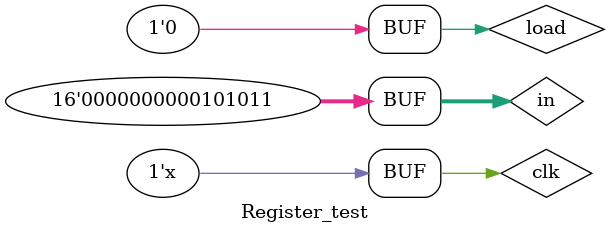
<source format=v>
`timescale 1ns / 1ps
module Register_test;
    reg [15:0] in;
    reg load, clk;
    wire [15:0] out;

    Register uut (in,load,clk,out);

    always #20 clk=~clk;

    initial begin
        clk=0;
        load=0;
        #50;
        in=39;
        #10;
        load=1;
        #40;
        in=43;
        load=0;
    end
endmodule

</source>
